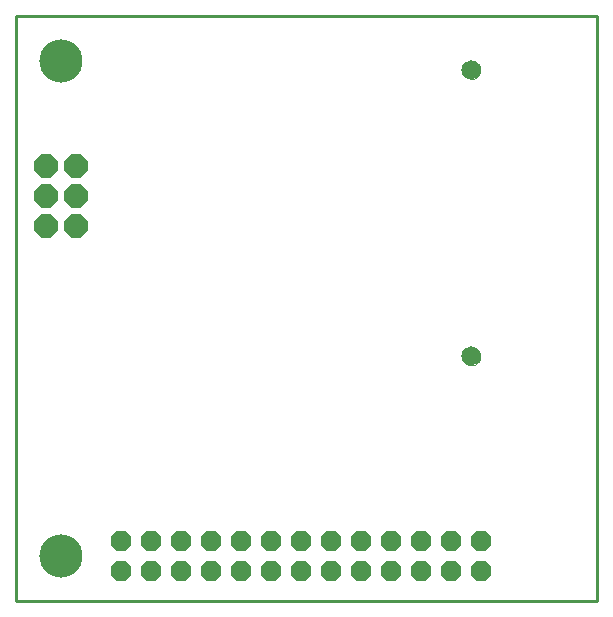
<source format=gbs>
G75*
%MOIN*%
%OFA0B0*%
%FSLAX24Y24*%
%IPPOS*%
%LPD*%
%AMOC8*
5,1,8,0,0,1.08239X$1,22.5*
%
%ADD10C,0.0100*%
%ADD11C,0.0000*%
%ADD12C,0.0650*%
%ADD13OC8,0.0680*%
%ADD14C,0.1440*%
%ADD15OC8,0.0780*%
D10*
X011333Y006500D02*
X011333Y025996D01*
X030703Y025996D01*
X030703Y006500D01*
X011333Y006500D01*
D11*
X026202Y014650D02*
X026204Y014685D01*
X026210Y014719D01*
X026220Y014752D01*
X026233Y014785D01*
X026250Y014815D01*
X026271Y014843D01*
X026294Y014869D01*
X026321Y014892D01*
X026349Y014911D01*
X026380Y014927D01*
X026413Y014940D01*
X026446Y014949D01*
X026481Y014954D01*
X026516Y014955D01*
X026550Y014952D01*
X026585Y014945D01*
X026618Y014934D01*
X026649Y014920D01*
X026679Y014902D01*
X026707Y014881D01*
X026732Y014856D01*
X026754Y014829D01*
X026773Y014800D01*
X026788Y014769D01*
X026800Y014736D01*
X026808Y014702D01*
X026812Y014667D01*
X026812Y014633D01*
X026808Y014598D01*
X026800Y014564D01*
X026788Y014531D01*
X026773Y014500D01*
X026754Y014471D01*
X026732Y014444D01*
X026707Y014419D01*
X026679Y014398D01*
X026649Y014380D01*
X026618Y014366D01*
X026585Y014355D01*
X026550Y014348D01*
X026516Y014345D01*
X026481Y014346D01*
X026446Y014351D01*
X026413Y014360D01*
X026380Y014373D01*
X026349Y014389D01*
X026321Y014408D01*
X026294Y014431D01*
X026271Y014457D01*
X026250Y014485D01*
X026233Y014515D01*
X026220Y014548D01*
X026210Y014581D01*
X026204Y014615D01*
X026202Y014650D01*
X026202Y024201D02*
X026204Y024236D01*
X026210Y024270D01*
X026220Y024303D01*
X026233Y024336D01*
X026250Y024366D01*
X026271Y024394D01*
X026294Y024420D01*
X026321Y024443D01*
X026349Y024462D01*
X026380Y024478D01*
X026413Y024491D01*
X026446Y024500D01*
X026481Y024505D01*
X026516Y024506D01*
X026550Y024503D01*
X026585Y024496D01*
X026618Y024485D01*
X026649Y024471D01*
X026679Y024453D01*
X026707Y024432D01*
X026732Y024407D01*
X026754Y024380D01*
X026773Y024351D01*
X026788Y024320D01*
X026800Y024287D01*
X026808Y024253D01*
X026812Y024218D01*
X026812Y024184D01*
X026808Y024149D01*
X026800Y024115D01*
X026788Y024082D01*
X026773Y024051D01*
X026754Y024022D01*
X026732Y023995D01*
X026707Y023970D01*
X026679Y023949D01*
X026649Y023931D01*
X026618Y023917D01*
X026585Y023906D01*
X026550Y023899D01*
X026516Y023896D01*
X026481Y023897D01*
X026446Y023902D01*
X026413Y023911D01*
X026380Y023924D01*
X026349Y023940D01*
X026321Y023959D01*
X026294Y023982D01*
X026271Y024008D01*
X026250Y024036D01*
X026233Y024066D01*
X026220Y024099D01*
X026210Y024132D01*
X026204Y024166D01*
X026202Y024201D01*
D12*
X026507Y024201D03*
X026507Y014650D03*
D13*
X026833Y008500D03*
X025833Y008500D03*
X024833Y008500D03*
X023833Y008500D03*
X022833Y008500D03*
X021833Y008500D03*
X020833Y008500D03*
X019833Y008500D03*
X018833Y008500D03*
X017833Y008500D03*
X016833Y008500D03*
X015833Y008500D03*
X014833Y008500D03*
X014833Y007500D03*
X015833Y007500D03*
X016833Y007500D03*
X017833Y007500D03*
X018833Y007500D03*
X019833Y007500D03*
X020833Y007500D03*
X021833Y007500D03*
X022833Y007500D03*
X023833Y007500D03*
X024833Y007500D03*
X025833Y007500D03*
X026833Y007500D03*
D14*
X012833Y008000D03*
X012833Y024500D03*
D15*
X012333Y021000D03*
X013333Y021000D03*
X013333Y020000D03*
X012333Y020000D03*
X012333Y019000D03*
X013333Y019000D03*
M02*

</source>
